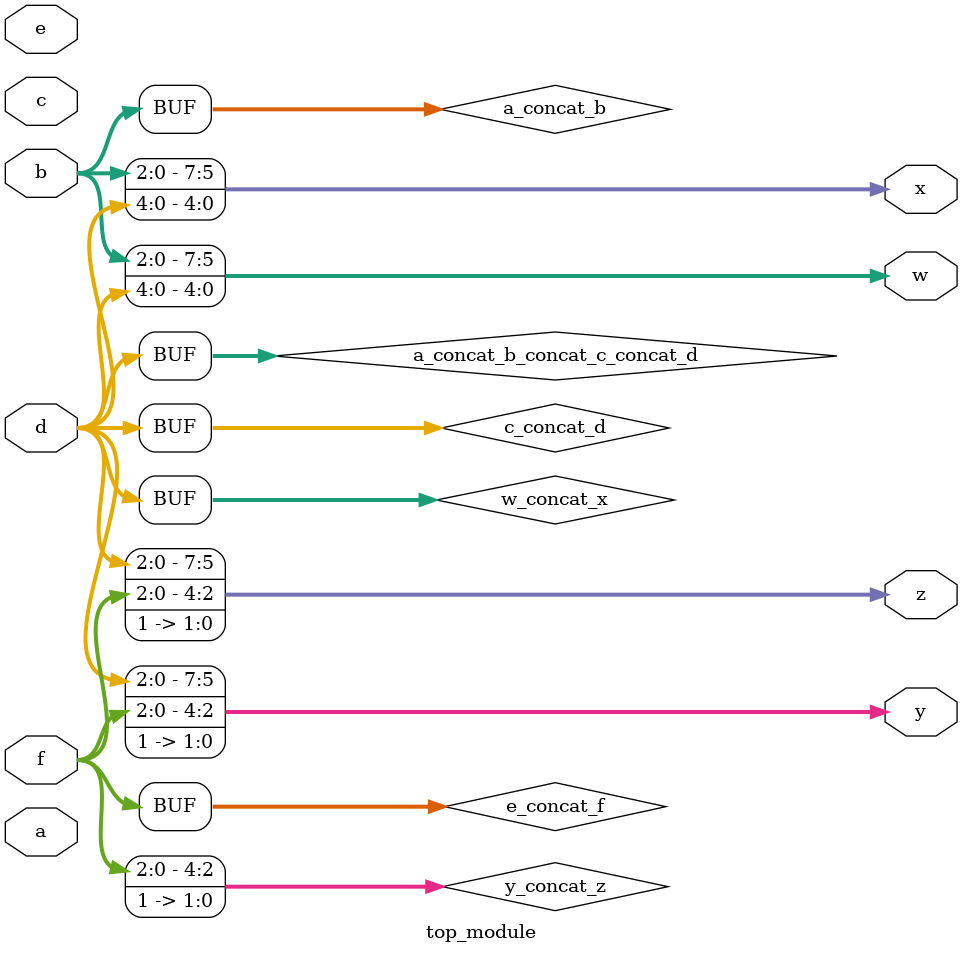
<source format=sv>
module top_module (
    input [4:0] a,
    input [4:0] b,
    input [4:0] c,
    input [4:0] d,
    input [4:0] e,
    input [4:0] f,
    output [7:0] w,
    output [7:0] x,
    output [7:0] y,
    output [7:0] z
);

    wire [4:0] a_concat_b;
    wire [4:0] c_concat_d;
    wire [4:0] e_concat_f;
    wire [4:0] a_concat_b_concat_c_concat_d;
    wire [4:0] w_concat_x;
    wire [4:0] y_concat_z;

    assign a_concat_b = {a, b};
    assign c_concat_d = {c, d};
    assign e_concat_f = {e, f};
    assign a_concat_b_concat_c_concat_d = {a, b, c_concat_d};
    assign w_concat_x = {a, b, c_concat_d};
    assign y_concat_z = {e_concat_f, 2'b11};

    assign w = {a_concat_b, a_concat_b_concat_c_concat_d};
    assign x = {a_concat_b, a_concat_b_concat_c_concat_d};
    assign y = {w_concat_x, y_concat_z};
    assign z = {w_concat_x, y_concat_z};

endmodule

</source>
